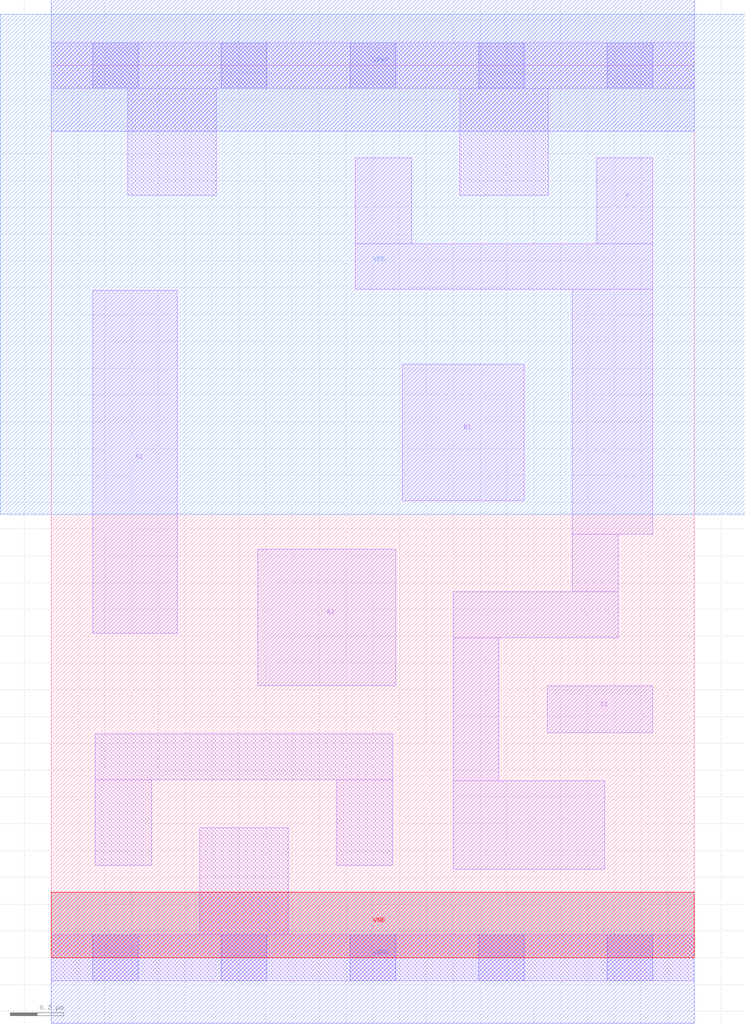
<source format=lef>
# Copyright 2020 The SkyWater PDK Authors
#
# Licensed under the Apache License, Version 2.0 (the "License");
# you may not use this file except in compliance with the License.
# You may obtain a copy of the License at
#
#     https://www.apache.org/licenses/LICENSE-2.0
#
# Unless required by applicable law or agreed to in writing, software
# distributed under the License is distributed on an "AS IS" BASIS,
# WITHOUT WARRANTIES OR CONDITIONS OF ANY KIND, either express or implied.
# See the License for the specific language governing permissions and
# limitations under the License.
#
# SPDX-License-Identifier: Apache-2.0

VERSION 5.7 ;
  NOWIREEXTENSIONATPIN ON ;
  DIVIDERCHAR "/" ;
  BUSBITCHARS "[]" ;
MACRO sky130_fd_sc_lp__o211ai_m
  CLASS CORE ;
  FOREIGN sky130_fd_sc_lp__o211ai_m ;
  ORIGIN  0.000000  0.000000 ;
  SIZE  2.400000 BY  3.330000 ;
  SYMMETRY X Y R90 ;
  SITE unit ;
  PIN A1
    ANTENNAGATEAREA  0.126000 ;
    DIRECTION INPUT ;
    USE SIGNAL ;
    PORT
      LAYER li1 ;
        RECT 0.155000 1.210000 0.470000 2.490000 ;
    END
  END A1
  PIN A2
    ANTENNAGATEAREA  0.126000 ;
    DIRECTION INPUT ;
    USE SIGNAL ;
    PORT
      LAYER li1 ;
        RECT 0.770000 1.015000 1.285000 1.525000 ;
    END
  END A2
  PIN B1
    ANTENNAGATEAREA  0.126000 ;
    DIRECTION INPUT ;
    USE SIGNAL ;
    PORT
      LAYER li1 ;
        RECT 1.310000 1.705000 1.765000 2.215000 ;
    END
  END B1
  PIN C1
    ANTENNAGATEAREA  0.126000 ;
    DIRECTION INPUT ;
    USE SIGNAL ;
    PORT
      LAYER li1 ;
        RECT 1.850000 0.840000 2.245000 1.015000 ;
    END
  END C1
  PIN Y
    ANTENNADIFFAREA  0.340200 ;
    DIRECTION OUTPUT ;
    USE SIGNAL ;
    PORT
      LAYER li1 ;
        RECT 1.135000 2.495000 2.245000 2.665000 ;
        RECT 1.135000 2.665000 1.345000 2.985000 ;
        RECT 1.500000 0.330000 2.065000 0.660000 ;
        RECT 1.500000 0.660000 1.670000 1.195000 ;
        RECT 1.500000 1.195000 2.115000 1.365000 ;
        RECT 1.945000 1.365000 2.115000 1.580000 ;
        RECT 1.945000 1.580000 2.245000 2.495000 ;
        RECT 2.035000 2.665000 2.245000 2.985000 ;
    END
  END Y
  PIN VGND
    DIRECTION INOUT ;
    USE GROUND ;
    PORT
      LAYER met1 ;
        RECT 0.000000 -0.245000 2.400000 0.245000 ;
    END
  END VGND
  PIN VNB
    DIRECTION INOUT ;
    USE GROUND ;
    PORT
      LAYER pwell ;
        RECT 0.000000 0.000000 2.400000 0.245000 ;
    END
  END VNB
  PIN VPB
    DIRECTION INOUT ;
    USE POWER ;
    PORT
      LAYER nwell ;
        RECT -0.190000 1.655000 2.590000 3.520000 ;
    END
  END VPB
  PIN VPWR
    DIRECTION INOUT ;
    USE POWER ;
    PORT
      LAYER met1 ;
        RECT 0.000000 3.085000 2.400000 3.575000 ;
    END
  END VPWR
  OBS
    LAYER li1 ;
      RECT 0.000000 -0.085000 2.400000 0.085000 ;
      RECT 0.000000  3.245000 2.400000 3.415000 ;
      RECT 0.165000  0.345000 0.375000 0.665000 ;
      RECT 0.165000  0.665000 1.275000 0.835000 ;
      RECT 0.285000  2.845000 0.615000 3.245000 ;
      RECT 0.555000  0.085000 0.885000 0.485000 ;
      RECT 1.065000  0.345000 1.275000 0.665000 ;
      RECT 1.525000  2.845000 1.855000 3.245000 ;
    LAYER mcon ;
      RECT 0.155000 -0.085000 0.325000 0.085000 ;
      RECT 0.155000  3.245000 0.325000 3.415000 ;
      RECT 0.635000 -0.085000 0.805000 0.085000 ;
      RECT 0.635000  3.245000 0.805000 3.415000 ;
      RECT 1.115000 -0.085000 1.285000 0.085000 ;
      RECT 1.115000  3.245000 1.285000 3.415000 ;
      RECT 1.595000 -0.085000 1.765000 0.085000 ;
      RECT 1.595000  3.245000 1.765000 3.415000 ;
      RECT 2.075000 -0.085000 2.245000 0.085000 ;
      RECT 2.075000  3.245000 2.245000 3.415000 ;
  END
END sky130_fd_sc_lp__o211ai_m
END LIBRARY

</source>
